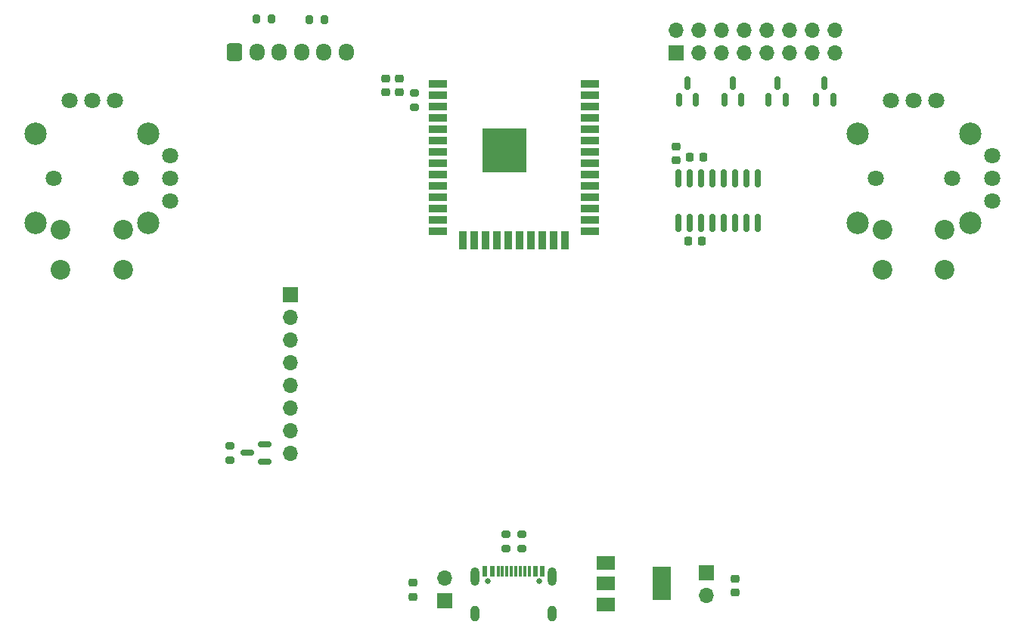
<source format=gbr>
%TF.GenerationSoftware,KiCad,Pcbnew,(6.0.5)*%
%TF.CreationDate,2022-05-20T14:03:12+02:00*%
%TF.ProjectId,hardware-remote-v2,68617264-7761-4726-952d-72656d6f7465,rev?*%
%TF.SameCoordinates,Original*%
%TF.FileFunction,Soldermask,Top*%
%TF.FilePolarity,Negative*%
%FSLAX46Y46*%
G04 Gerber Fmt 4.6, Leading zero omitted, Abs format (unit mm)*
G04 Created by KiCad (PCBNEW (6.0.5)) date 2022-05-20 14:03:12*
%MOMM*%
%LPD*%
G01*
G04 APERTURE LIST*
G04 Aperture macros list*
%AMRoundRect*
0 Rectangle with rounded corners*
0 $1 Rounding radius*
0 $2 $3 $4 $5 $6 $7 $8 $9 X,Y pos of 4 corners*
0 Add a 4 corners polygon primitive as box body*
4,1,4,$2,$3,$4,$5,$6,$7,$8,$9,$2,$3,0*
0 Add four circle primitives for the rounded corners*
1,1,$1+$1,$2,$3*
1,1,$1+$1,$4,$5*
1,1,$1+$1,$6,$7*
1,1,$1+$1,$8,$9*
0 Add four rect primitives between the rounded corners*
20,1,$1+$1,$2,$3,$4,$5,0*
20,1,$1+$1,$4,$5,$6,$7,0*
20,1,$1+$1,$6,$7,$8,$9,0*
20,1,$1+$1,$8,$9,$2,$3,0*%
G04 Aperture macros list end*
%ADD10C,1.800000*%
%ADD11C,2.500000*%
%ADD12C,2.200000*%
%ADD13RoundRect,0.225000X-0.250000X0.225000X-0.250000X-0.225000X0.250000X-0.225000X0.250000X0.225000X0*%
%ADD14RoundRect,0.225000X0.250000X-0.225000X0.250000X0.225000X-0.250000X0.225000X-0.250000X-0.225000X0*%
%ADD15R,2.000000X1.500000*%
%ADD16R,2.000000X3.800000*%
%ADD17RoundRect,0.200000X-0.275000X0.200000X-0.275000X-0.200000X0.275000X-0.200000X0.275000X0.200000X0*%
%ADD18RoundRect,0.250000X-0.600000X-0.725000X0.600000X-0.725000X0.600000X0.725000X-0.600000X0.725000X0*%
%ADD19O,1.700000X1.950000*%
%ADD20RoundRect,0.200000X0.200000X0.275000X-0.200000X0.275000X-0.200000X-0.275000X0.200000X-0.275000X0*%
%ADD21R,1.700000X1.700000*%
%ADD22O,1.700000X1.700000*%
%ADD23R,2.000000X0.900000*%
%ADD24R,0.900000X2.000000*%
%ADD25R,5.000000X5.000000*%
%ADD26RoundRect,0.150000X0.150000X-0.587500X0.150000X0.587500X-0.150000X0.587500X-0.150000X-0.587500X0*%
%ADD27RoundRect,0.150000X0.150000X-0.825000X0.150000X0.825000X-0.150000X0.825000X-0.150000X-0.825000X0*%
%ADD28C,0.650000*%
%ADD29O,1.000000X2.100000*%
%ADD30O,1.000000X1.800000*%
%ADD31R,0.600000X1.150000*%
%ADD32R,0.300000X1.150000*%
%ADD33RoundRect,0.150000X0.587500X0.150000X-0.587500X0.150000X-0.587500X-0.150000X0.587500X-0.150000X0*%
%ADD34RoundRect,0.200000X-0.200000X-0.275000X0.200000X-0.275000X0.200000X0.275000X-0.200000X0.275000X0*%
%ADD35RoundRect,0.200000X0.275000X-0.200000X0.275000X0.200000X-0.275000X0.200000X-0.275000X-0.200000X0*%
%ADD36RoundRect,0.225000X-0.225000X-0.250000X0.225000X-0.250000X0.225000X0.250000X-0.225000X0.250000X0*%
%ADD37RoundRect,0.225000X0.225000X0.250000X-0.225000X0.250000X-0.225000X-0.250000X0.225000X-0.250000X0*%
G04 APERTURE END LIST*
D10*
%TO.C,SW2*%
X40500000Y20780000D03*
X49100000Y20780000D03*
X53530000Y18240000D03*
X53530000Y20780000D03*
X53530000Y23320000D03*
X47340000Y29510000D03*
X44800000Y29510000D03*
X42260000Y29510000D03*
D11*
X38470000Y25780000D03*
X38470000Y15780000D03*
X51120000Y15780000D03*
X51120000Y25780000D03*
D12*
X41280000Y14990000D03*
X41280000Y10490000D03*
X48280000Y14990000D03*
X48280000Y10490000D03*
%TD*%
D13*
%TO.C,C1*%
X-12775000Y31975000D03*
X-12775000Y30425000D03*
%TD*%
D14*
%TO.C,C3*%
X-11325000Y-26100000D03*
X-11325000Y-24550000D03*
%TD*%
D15*
%TO.C,U2*%
X10300000Y-22350000D03*
X10300000Y-24650000D03*
D16*
X16600000Y-24650000D03*
D15*
X10300000Y-26950000D03*
%TD*%
D17*
%TO.C,R6*%
X875000Y-19100000D03*
X875000Y-20750000D03*
%TD*%
D18*
%TO.C,J1*%
X-31250000Y34875000D03*
D19*
X-28750000Y34875000D03*
X-26250000Y34875000D03*
X-23750000Y34875000D03*
X-21250000Y34875000D03*
X-18750000Y34875000D03*
%TD*%
D17*
%TO.C,R1*%
X-11075000Y30350000D03*
X-11075000Y28700000D03*
%TD*%
D20*
%TO.C,R2*%
X-21200000Y38575000D03*
X-22850000Y38575000D03*
%TD*%
D21*
%TO.C,J2*%
X-25000000Y7775000D03*
D22*
X-25000000Y5235000D03*
X-25000000Y2695000D03*
X-25000000Y155000D03*
X-25000000Y-2385000D03*
X-25000000Y-4925000D03*
X-25000000Y-7465000D03*
X-25000000Y-10005000D03*
%TD*%
D23*
%TO.C,U1*%
X-8500000Y31369000D03*
X-8500000Y30099000D03*
X-8500000Y28829000D03*
X-8500000Y27559000D03*
X-8500000Y26289000D03*
X-8500000Y25019000D03*
X-8500000Y23749000D03*
X-8500000Y22479000D03*
X-8500000Y21209000D03*
X-8500000Y19939000D03*
X-8500000Y18669000D03*
X-8500000Y17399000D03*
X-8500000Y16129000D03*
X-8500000Y14859000D03*
D24*
X-5715000Y13859000D03*
X-4445000Y13859000D03*
X-3175000Y13859000D03*
X-1905000Y13859000D03*
X-635000Y13859000D03*
X635000Y13859000D03*
X1905000Y13859000D03*
X3175000Y13859000D03*
X4445000Y13859000D03*
X5715000Y13859000D03*
D23*
X8500000Y14859000D03*
X8500000Y16129000D03*
X8500000Y17399000D03*
X8500000Y18669000D03*
X8500000Y19939000D03*
X8500000Y21209000D03*
X8500000Y22479000D03*
X8500000Y23749000D03*
X8500000Y25019000D03*
X8500000Y26289000D03*
X8500000Y27559000D03*
X8500000Y28829000D03*
X8500000Y30099000D03*
X8500000Y31369000D03*
D25*
X-1000000Y23869000D03*
%TD*%
D26*
%TO.C,D2*%
X23600000Y29562500D03*
X25500000Y29562500D03*
X24550000Y31437500D03*
%TD*%
D27*
%TO.C,U3*%
X18455000Y15800000D03*
X19725000Y15800000D03*
X20995000Y15800000D03*
X22265000Y15800000D03*
X23535000Y15800000D03*
X24805000Y15800000D03*
X26075000Y15800000D03*
X27345000Y15800000D03*
X27345000Y20750000D03*
X26075000Y20750000D03*
X24805000Y20750000D03*
X23535000Y20750000D03*
X22265000Y20750000D03*
X20995000Y20750000D03*
X19725000Y20750000D03*
X18455000Y20750000D03*
%TD*%
D21*
%TO.C,J4*%
X21550000Y-23400000D03*
D22*
X21550000Y-25940000D03*
%TD*%
D14*
%TO.C,C4*%
X24825000Y-25650000D03*
X24825000Y-24100000D03*
%TD*%
D28*
%TO.C,USBC1*%
X2890000Y-24340000D03*
X-2890000Y-24340000D03*
D29*
X-4320000Y-23840000D03*
D30*
X-4320000Y-28020000D03*
X4320000Y-28020000D03*
D29*
X4320000Y-23840000D03*
D31*
X-3200000Y-23280000D03*
X-2400000Y-23280000D03*
D32*
X-1250000Y-23280000D03*
X-250000Y-23280000D03*
X250000Y-23280000D03*
X1250000Y-23280000D03*
D31*
X3200000Y-23280000D03*
X2400000Y-23280000D03*
D32*
X1750000Y-23280000D03*
X750000Y-23280000D03*
X-750000Y-23280000D03*
X-1750000Y-23280000D03*
%TD*%
D26*
%TO.C,D4*%
X33850000Y29562500D03*
X35750000Y29562500D03*
X34800000Y31437500D03*
%TD*%
D13*
%TO.C,C6*%
X18175000Y24325000D03*
X18175000Y22775000D03*
%TD*%
D21*
%TO.C,J5*%
X18220000Y34859999D03*
D22*
X18220000Y37399999D03*
X20760000Y34859999D03*
X20760000Y37399999D03*
X23300000Y34859999D03*
X23300000Y37399999D03*
X25840000Y34859999D03*
X25840000Y37399999D03*
X28380000Y34859999D03*
X28380000Y37399999D03*
X30920000Y34859999D03*
X30920000Y37399999D03*
X33460000Y34859999D03*
X33460000Y37399999D03*
X36000000Y34859999D03*
X36000000Y37399999D03*
%TD*%
D17*
%TO.C,R4*%
X-31800000Y-9175000D03*
X-31800000Y-10825000D03*
%TD*%
D33*
%TO.C,Q1*%
X-27912500Y-10950000D03*
X-27912500Y-9050000D03*
X-29787500Y-10000000D03*
%TD*%
D21*
%TO.C,J3*%
X-7700000Y-26524999D03*
D22*
X-7700000Y-23984999D03*
%TD*%
D34*
%TO.C,R3*%
X-28775000Y38600000D03*
X-27125000Y38600000D03*
%TD*%
D35*
%TO.C,R5*%
X-875000Y-20750000D03*
X-875000Y-19100000D03*
%TD*%
D10*
%TO.C,SW1*%
X-42900000Y20780000D03*
X-51500000Y20780000D03*
X-38470000Y18240000D03*
X-38470000Y20780000D03*
X-38470000Y23320000D03*
X-44660000Y29510000D03*
X-47200000Y29510000D03*
X-49740000Y29510000D03*
D11*
X-53530000Y25780000D03*
X-53530000Y15780000D03*
X-40880000Y15780000D03*
X-40880000Y25780000D03*
D12*
X-50720000Y14990000D03*
X-50720000Y10490000D03*
X-43720000Y14990000D03*
X-43720000Y10490000D03*
%TD*%
D26*
%TO.C,D1*%
X18500000Y29562500D03*
X20400000Y29562500D03*
X19450000Y31437500D03*
%TD*%
D13*
%TO.C,C2*%
X-14350000Y31975000D03*
X-14350000Y30425000D03*
%TD*%
D36*
%TO.C,C5*%
X19550000Y13725000D03*
X21100000Y13725000D03*
%TD*%
D26*
%TO.C,D3*%
X28550000Y29562500D03*
X30450000Y29562500D03*
X29500000Y31437500D03*
%TD*%
D37*
%TO.C,C7*%
X21225000Y23150000D03*
X19675000Y23150000D03*
%TD*%
M02*

</source>
